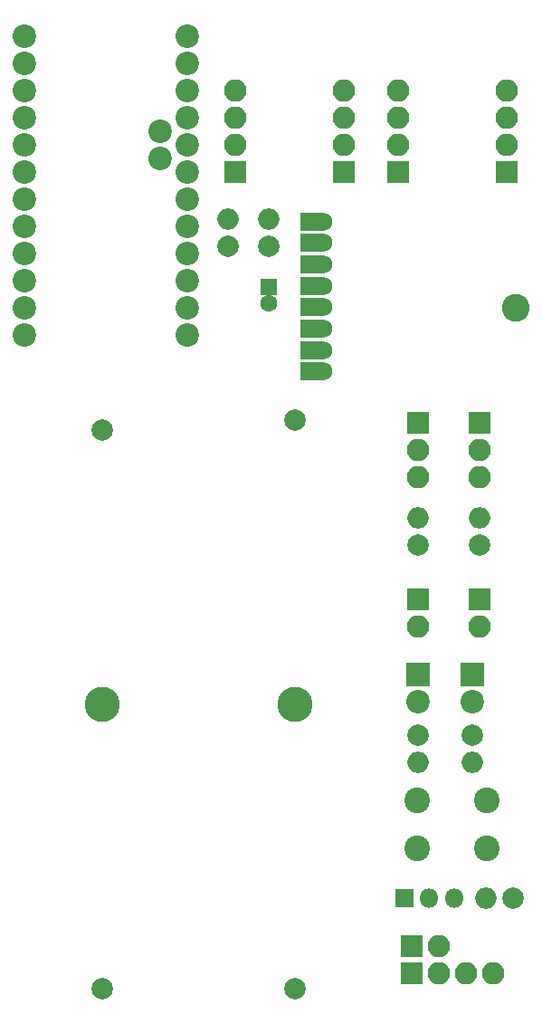
<source format=gbr>
G04 #@! TF.FileFunction,Soldermask,Top*
%FSLAX46Y46*%
G04 Gerber Fmt 4.6, Leading zero omitted, Abs format (unit mm)*
G04 Created by KiCad (PCBNEW 4.0.7) date 05/04/18 00:13:25*
%MOMM*%
%LPD*%
G01*
G04 APERTURE LIST*
%ADD10C,0.100000*%
%ADD11R,2.200000X2.200000*%
%ADD12C,2.200000*%
%ADD13C,2.000000*%
%ADD14C,3.300000*%
%ADD15R,1.600000X1.600000*%
%ADD16C,1.600000*%
%ADD17C,2.600000*%
%ADD18C,1.750000*%
%ADD19R,2.200000X1.750000*%
%ADD20C,2.400000*%
%ADD21R,2.100000X2.100000*%
%ADD22O,2.100000X2.100000*%
%ADD23O,2.000000X2.000000*%
%ADD24R,1.800000X1.800000*%
%ADD25O,1.800000X1.800000*%
G04 APERTURE END LIST*
D10*
D11*
X144145000Y-113665000D03*
D12*
X144145000Y-116205000D03*
D13*
X127500000Y-143100000D03*
X127500000Y-89900000D03*
D14*
X127500000Y-116500000D03*
D15*
X125095000Y-77470000D03*
D16*
X125095000Y-78970000D03*
D12*
X117475000Y-81915000D03*
X117475000Y-79375000D03*
X117475000Y-76835000D03*
X117475000Y-74295000D03*
X117475000Y-71755000D03*
X117475000Y-69215000D03*
X117475000Y-66675000D03*
X117475000Y-64135000D03*
X117475000Y-61595000D03*
X117475000Y-59055000D03*
X117475000Y-56515000D03*
X117475000Y-53975000D03*
X102235000Y-53975000D03*
X102235000Y-56515000D03*
X102235000Y-59055000D03*
X102235000Y-61595000D03*
X102235000Y-64135000D03*
X102235000Y-66675000D03*
X102235000Y-69215000D03*
X102235000Y-71755000D03*
X102235000Y-74295000D03*
X102235000Y-76835000D03*
X102235000Y-79375000D03*
X102235000Y-81915000D03*
X114935000Y-65405000D03*
X114935000Y-62865000D03*
D11*
X139065000Y-113665000D03*
D12*
X139065000Y-116205000D03*
D17*
X148145500Y-79375000D03*
D18*
X130135000Y-85350000D03*
D19*
X129135000Y-85350000D03*
D18*
X130135000Y-71350000D03*
X130135000Y-73350000D03*
X130135000Y-75350000D03*
X130135000Y-77350000D03*
X130135000Y-79350000D03*
X130135000Y-81350000D03*
X130135000Y-83350000D03*
D19*
X129135000Y-71350000D03*
X129135000Y-73350000D03*
X129135000Y-75350000D03*
X129135000Y-77350000D03*
X129135000Y-79350000D03*
X129135000Y-81350000D03*
X129135000Y-83350000D03*
D20*
X138938000Y-129976000D03*
X138938000Y-125476000D03*
X145438000Y-129976000D03*
X145438000Y-125476000D03*
D21*
X138430000Y-139065000D03*
D22*
X140970000Y-139065000D03*
D21*
X147320000Y-66675000D03*
D22*
X147320000Y-64135000D03*
X147320000Y-61595000D03*
X147320000Y-59055000D03*
D21*
X121920000Y-66675000D03*
D22*
X121920000Y-64135000D03*
X121920000Y-61595000D03*
X121920000Y-59055000D03*
D21*
X138430000Y-141605000D03*
D22*
X140970000Y-141605000D03*
X143510000Y-141605000D03*
X146050000Y-141605000D03*
D13*
X109500000Y-90800000D03*
X109500000Y-143100000D03*
D14*
X109500000Y-116500000D03*
D21*
X144780000Y-106680000D03*
D22*
X144780000Y-109220000D03*
D21*
X139065000Y-106680000D03*
D22*
X139065000Y-109220000D03*
D21*
X137160000Y-66675000D03*
D22*
X137160000Y-64135000D03*
X137160000Y-61595000D03*
X137160000Y-59055000D03*
D21*
X132080000Y-66675000D03*
D22*
X132080000Y-64135000D03*
X132080000Y-61595000D03*
X132080000Y-59055000D03*
D13*
X125095000Y-73660000D03*
D23*
X125095000Y-71120000D03*
D13*
X121285000Y-73660000D03*
D23*
X121285000Y-71120000D03*
D13*
X144145000Y-119380000D03*
D23*
X144145000Y-121920000D03*
D13*
X139065000Y-119380000D03*
D23*
X139065000Y-121920000D03*
D13*
X147955000Y-134620000D03*
D23*
X145415000Y-134620000D03*
D24*
X137795000Y-134620000D03*
D25*
X140095000Y-134620000D03*
X142395000Y-134620000D03*
D13*
X139065000Y-101600000D03*
D23*
X139065000Y-99060000D03*
D13*
X144780000Y-101600000D03*
D23*
X144780000Y-99060000D03*
D21*
X144780000Y-90170000D03*
D22*
X144780000Y-92710000D03*
X144780000Y-95250000D03*
D21*
X139065000Y-90170000D03*
D22*
X139065000Y-92710000D03*
X139065000Y-95250000D03*
M02*

</source>
